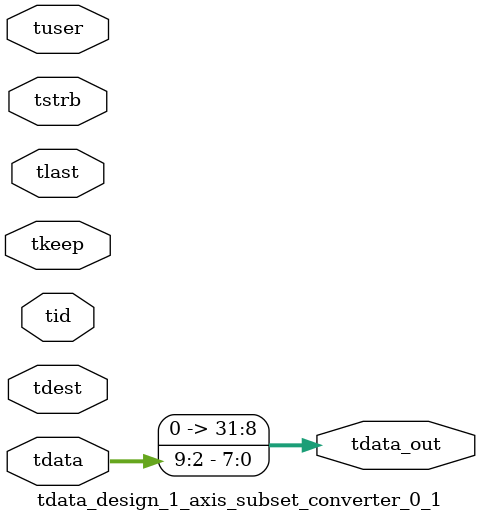
<source format=v>


`timescale 1ps/1ps

module tdata_design_1_axis_subset_converter_0_1 #
(
parameter C_S_AXIS_TDATA_WIDTH = 32,
parameter C_S_AXIS_TUSER_WIDTH = 0,
parameter C_S_AXIS_TID_WIDTH   = 0,
parameter C_S_AXIS_TDEST_WIDTH = 0,
parameter C_M_AXIS_TDATA_WIDTH = 32
)
(
input  [(C_S_AXIS_TDATA_WIDTH == 0 ? 1 : C_S_AXIS_TDATA_WIDTH)-1:0     ] tdata,
input  [(C_S_AXIS_TUSER_WIDTH == 0 ? 1 : C_S_AXIS_TUSER_WIDTH)-1:0     ] tuser,
input  [(C_S_AXIS_TID_WIDTH   == 0 ? 1 : C_S_AXIS_TID_WIDTH)-1:0       ] tid,
input  [(C_S_AXIS_TDEST_WIDTH == 0 ? 1 : C_S_AXIS_TDEST_WIDTH)-1:0     ] tdest,
input  [(C_S_AXIS_TDATA_WIDTH/8)-1:0 ] tkeep,
input  [(C_S_AXIS_TDATA_WIDTH/8)-1:0 ] tstrb,
input                                                                    tlast,
output [C_M_AXIS_TDATA_WIDTH-1:0] tdata_out
);

assign tdata_out = {tdata[9:2]};

endmodule


</source>
